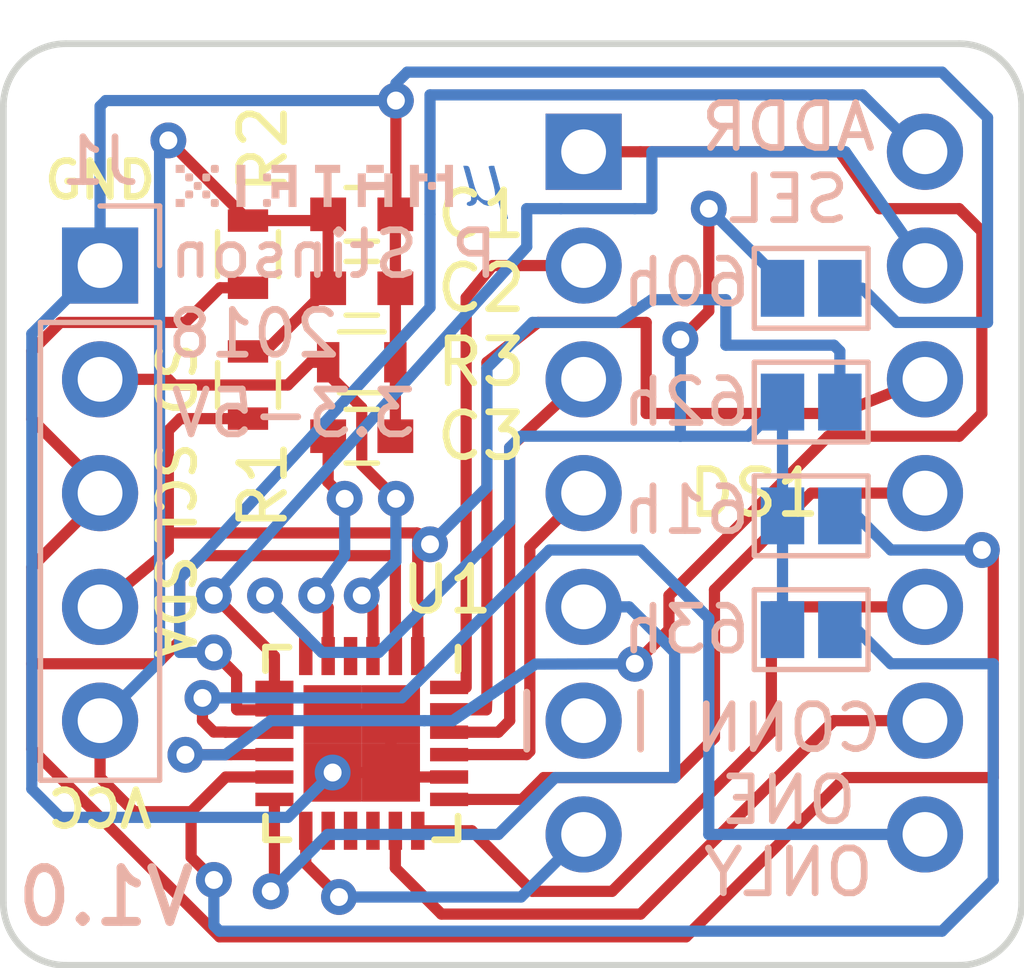
<source format=kicad_pcb>
(kicad_pcb (version 4) (host pcbnew 4.0.7)

  (general
    (links 42)
    (no_connects 0)
    (area 147.625999 96.571999 170.509001 117.296001)
    (thickness 1.6)
    (drawings 19)
    (tracks 267)
    (zones 0)
    (modules 16)
    (nets 25)
  )

  (page A4)
  (layers
    (0 F.Cu signal)
    (31 B.Cu signal)
    (32 B.Adhes user)
    (33 F.Adhes user)
    (34 B.Paste user)
    (35 F.Paste user)
    (36 B.SilkS user)
    (37 F.SilkS user)
    (38 B.Mask user)
    (39 F.Mask user)
    (40 Dwgs.User user)
    (41 Cmts.User user)
    (42 Eco1.User user)
    (43 Eco2.User user)
    (44 Edge.Cuts user)
    (45 Margin user)
    (46 B.CrtYd user)
    (47 F.CrtYd user)
    (48 B.Fab user)
    (49 F.Fab user)
  )

  (setup
    (last_trace_width 0.25)
    (trace_clearance 0.2)
    (zone_clearance 0.508)
    (zone_45_only no)
    (trace_min 0.2)
    (segment_width 0.2)
    (edge_width 0.15)
    (via_size 0.8)
    (via_drill 0.4)
    (via_min_size 0.4)
    (via_min_drill 0.3)
    (uvia_size 0.3)
    (uvia_drill 0.1)
    (uvias_allowed no)
    (uvia_min_size 0.2)
    (uvia_min_drill 0.1)
    (pcb_text_width 0.3)
    (pcb_text_size 1.5 1.5)
    (mod_edge_width 0.15)
    (mod_text_size 1 1)
    (mod_text_width 0.15)
    (pad_size 1.7 1.7)
    (pad_drill 1)
    (pad_to_mask_clearance 0.2)
    (aux_axis_origin 0 0)
    (visible_elements 7FFFFF7F)
    (pcbplotparams
      (layerselection 0x010f0_80000001)
      (usegerberextensions true)
      (excludeedgelayer true)
      (linewidth 0.100000)
      (plotframeref false)
      (viasonmask false)
      (mode 1)
      (useauxorigin false)
      (hpglpennumber 1)
      (hpglpenspeed 20)
      (hpglpendiameter 15)
      (hpglpenoverlay 2)
      (psnegative false)
      (psa4output false)
      (plotreference true)
      (plotvalue true)
      (plotinvisibletext false)
      (padsonsilk false)
      (subtractmaskfromsilk false)
      (outputformat 1)
      (mirror false)
      (drillshape 0)
      (scaleselection 1)
      (outputdirectory Gerbers/))
  )

  (net 0 "")
  (net 1 GND)
  (net 2 VCC)
  (net 3 "Net-(C3-Pad1)")
  (net 4 /C3)
  (net 5 /R7)
  (net 6 /R6)
  (net 7 /R5)
  (net 8 /R2)
  (net 9 /C5)
  (net 10 /C4)
  (net 11 /DP)
  (net 12 /C1)
  (net 13 /R4)
  (net 14 /R3)
  (net 15 /R1)
  (net 16 /C2)
  (net 17 "Net-(J1-Pad2)")
  (net 18 "Net-(U1-Pad4)")
  (net 19 "Net-(U1-Pad14)")
  (net 20 "Net-(U1-Pad15)")
  (net 21 "Net-(U1-Pad16)")
  (net 22 /SCL)
  (net 23 /SDA)
  (net 24 /AD)

  (net_class Default "This is the default net class."
    (clearance 0.2)
    (trace_width 0.25)
    (via_dia 0.8)
    (via_drill 0.4)
    (uvia_dia 0.3)
    (uvia_drill 0.1)
    (add_net /AD)
    (add_net /C1)
    (add_net /C2)
    (add_net /C3)
    (add_net /C4)
    (add_net /C5)
    (add_net /DP)
    (add_net /R1)
    (add_net /R2)
    (add_net /R3)
    (add_net /R4)
    (add_net /R5)
    (add_net /R6)
    (add_net /R7)
    (add_net /SCL)
    (add_net /SDA)
    (add_net GND)
    (add_net "Net-(C3-Pad1)")
    (add_net "Net-(J1-Pad2)")
    (add_net "Net-(U1-Pad14)")
    (add_net "Net-(U1-Pad15)")
    (add_net "Net-(U1-Pad16)")
    (add_net "Net-(U1-Pad4)")
    (add_net VCC)
  )

  (module Capacitors_SMD:C_0603 (layer F.Cu) (tedit 5B76E03A) (tstamp 5B76D5EA)
    (at 155.702 100.457)
    (descr "Capacitor SMD 0603, reflow soldering, AVX (see smccp.pdf)")
    (tags "capacitor 0603")
    (path /5B7448EF)
    (attr smd)
    (fp_text reference C1 (at 2.667 0) (layer F.SilkS)
      (effects (font (size 1 1) (thickness 0.15)))
    )
    (fp_text value 1uF (at 0 1.5) (layer F.Fab) hide
      (effects (font (size 1 1) (thickness 0.15)))
    )
    (fp_line (start 1.4 0.65) (end -1.4 0.65) (layer F.CrtYd) (width 0.05))
    (fp_line (start 1.4 0.65) (end 1.4 -0.65) (layer F.CrtYd) (width 0.05))
    (fp_line (start -1.4 -0.65) (end -1.4 0.65) (layer F.CrtYd) (width 0.05))
    (fp_line (start -1.4 -0.65) (end 1.4 -0.65) (layer F.CrtYd) (width 0.05))
    (fp_line (start 0.35 0.6) (end -0.35 0.6) (layer F.SilkS) (width 0.12))
    (fp_line (start -0.35 -0.6) (end 0.35 -0.6) (layer F.SilkS) (width 0.12))
    (fp_line (start -0.8 -0.4) (end 0.8 -0.4) (layer F.Fab) (width 0.1))
    (fp_line (start 0.8 -0.4) (end 0.8 0.4) (layer F.Fab) (width 0.1))
    (fp_line (start 0.8 0.4) (end -0.8 0.4) (layer F.Fab) (width 0.1))
    (fp_line (start -0.8 0.4) (end -0.8 -0.4) (layer F.Fab) (width 0.1))
    (fp_text user %R (at 0 0) (layer F.Fab)
      (effects (font (size 0.3 0.3) (thickness 0.075)))
    )
    (pad 2 smd rect (at 0.75 0) (size 0.8 0.75) (layers F.Cu F.Paste F.Mask)
      (net 1 GND))
    (pad 1 smd rect (at -0.75 0) (size 0.8 0.75) (layers F.Cu F.Paste F.Mask)
      (net 2 VCC))
    (model Capacitors_SMD.3dshapes/C_0603.wrl
      (at (xyz 0 0 0))
      (scale (xyz 1 1 1))
      (rotate (xyz 0 0 0))
    )
  )

  (module Capacitors_SMD:C_0603 (layer F.Cu) (tedit 5B76E040) (tstamp 5B76D5F0)
    (at 155.702 102.108)
    (descr "Capacitor SMD 0603, reflow soldering, AVX (see smccp.pdf)")
    (tags "capacitor 0603")
    (path /5B744876)
    (attr smd)
    (fp_text reference C2 (at 2.667 0) (layer F.SilkS)
      (effects (font (size 1 1) (thickness 0.15)))
    )
    (fp_text value 0.1uF (at 0 1.5) (layer F.Fab) hide
      (effects (font (size 1 1) (thickness 0.15)))
    )
    (fp_line (start 1.4 0.65) (end -1.4 0.65) (layer F.CrtYd) (width 0.05))
    (fp_line (start 1.4 0.65) (end 1.4 -0.65) (layer F.CrtYd) (width 0.05))
    (fp_line (start -1.4 -0.65) (end -1.4 0.65) (layer F.CrtYd) (width 0.05))
    (fp_line (start -1.4 -0.65) (end 1.4 -0.65) (layer F.CrtYd) (width 0.05))
    (fp_line (start 0.35 0.6) (end -0.35 0.6) (layer F.SilkS) (width 0.12))
    (fp_line (start -0.35 -0.6) (end 0.35 -0.6) (layer F.SilkS) (width 0.12))
    (fp_line (start -0.8 -0.4) (end 0.8 -0.4) (layer F.Fab) (width 0.1))
    (fp_line (start 0.8 -0.4) (end 0.8 0.4) (layer F.Fab) (width 0.1))
    (fp_line (start 0.8 0.4) (end -0.8 0.4) (layer F.Fab) (width 0.1))
    (fp_line (start -0.8 0.4) (end -0.8 -0.4) (layer F.Fab) (width 0.1))
    (fp_text user %R (at 0 0) (layer F.Fab)
      (effects (font (size 0.3 0.3) (thickness 0.075)))
    )
    (pad 2 smd rect (at 0.75 0) (size 0.8 0.75) (layers F.Cu F.Paste F.Mask)
      (net 1 GND))
    (pad 1 smd rect (at -0.75 0) (size 0.8 0.75) (layers F.Cu F.Paste F.Mask)
      (net 2 VCC))
    (model Capacitors_SMD.3dshapes/C_0603.wrl
      (at (xyz 0 0 0))
      (scale (xyz 1 1 1))
      (rotate (xyz 0 0 0))
    )
  )

  (module Capacitors_SMD:C_0603 (layer F.Cu) (tedit 5B76E043) (tstamp 5B76D5F6)
    (at 155.702 105.41)
    (descr "Capacitor SMD 0603, reflow soldering, AVX (see smccp.pdf)")
    (tags "capacitor 0603")
    (path /5B744942)
    (attr smd)
    (fp_text reference C3 (at 2.667 0) (layer F.SilkS)
      (effects (font (size 1 1) (thickness 0.15)))
    )
    (fp_text value 0.1uF (at 0 1.5) (layer F.Fab) hide
      (effects (font (size 1 1) (thickness 0.15)))
    )
    (fp_line (start 1.4 0.65) (end -1.4 0.65) (layer F.CrtYd) (width 0.05))
    (fp_line (start 1.4 0.65) (end 1.4 -0.65) (layer F.CrtYd) (width 0.05))
    (fp_line (start -1.4 -0.65) (end -1.4 0.65) (layer F.CrtYd) (width 0.05))
    (fp_line (start -1.4 -0.65) (end 1.4 -0.65) (layer F.CrtYd) (width 0.05))
    (fp_line (start 0.35 0.6) (end -0.35 0.6) (layer F.SilkS) (width 0.12))
    (fp_line (start -0.35 -0.6) (end 0.35 -0.6) (layer F.SilkS) (width 0.12))
    (fp_line (start -0.8 -0.4) (end 0.8 -0.4) (layer F.Fab) (width 0.1))
    (fp_line (start 0.8 -0.4) (end 0.8 0.4) (layer F.Fab) (width 0.1))
    (fp_line (start 0.8 0.4) (end -0.8 0.4) (layer F.Fab) (width 0.1))
    (fp_line (start -0.8 0.4) (end -0.8 -0.4) (layer F.Fab) (width 0.1))
    (fp_text user %R (at 0 0) (layer F.Fab)
      (effects (font (size 0.3 0.3) (thickness 0.075)))
    )
    (pad 2 smd rect (at 0.75 0) (size 0.8 0.75) (layers F.Cu F.Paste F.Mask)
      (net 1 GND))
    (pad 1 smd rect (at -0.75 0) (size 0.8 0.75) (layers F.Cu F.Paste F.Mask)
      (net 3 "Net-(C3-Pad1)"))
    (model Capacitors_SMD.3dshapes/C_0603.wrl
      (at (xyz 0 0 0))
      (scale (xyz 1 1 1))
      (rotate (xyz 0 0 0))
    )
  )

  (module Pin_Headers:Pin_Header_Straight_1x05_Pitch2.54mm (layer B.Cu) (tedit 5B797CA0) (tstamp 5B76D611)
    (at 149.86 101.6 180)
    (descr "Through hole straight pin header, 1x05, 2.54mm pitch, single row")
    (tags "Through hole pin header THT 1x05 2.54mm single row")
    (path /5B744C90)
    (fp_text reference J1 (at 0 2.33 180) (layer B.SilkS)
      (effects (font (size 1 1) (thickness 0.15)) (justify mirror))
    )
    (fp_text value Conn_01x05 (at 0 -12.49 180) (layer B.Fab) hide
      (effects (font (size 1 1) (thickness 0.15)) (justify mirror))
    )
    (fp_line (start -0.635 1.27) (end 1.27 1.27) (layer B.Fab) (width 0.1))
    (fp_line (start 1.27 1.27) (end 1.27 -11.43) (layer B.Fab) (width 0.1))
    (fp_line (start 1.27 -11.43) (end -1.27 -11.43) (layer B.Fab) (width 0.1))
    (fp_line (start -1.27 -11.43) (end -1.27 0.635) (layer B.Fab) (width 0.1))
    (fp_line (start -1.27 0.635) (end -0.635 1.27) (layer B.Fab) (width 0.1))
    (fp_line (start -1.33 -11.49) (end 1.33 -11.49) (layer B.SilkS) (width 0.12))
    (fp_line (start -1.33 -1.27) (end -1.33 -11.49) (layer B.SilkS) (width 0.12))
    (fp_line (start 1.33 -1.27) (end 1.33 -11.49) (layer B.SilkS) (width 0.12))
    (fp_line (start -1.33 -1.27) (end 1.33 -1.27) (layer B.SilkS) (width 0.12))
    (fp_line (start -1.33 0) (end -1.33 1.33) (layer B.SilkS) (width 0.12))
    (fp_line (start -1.33 1.33) (end 0 1.33) (layer B.SilkS) (width 0.12))
    (fp_line (start -1.8 1.8) (end -1.8 -11.95) (layer B.CrtYd) (width 0.05))
    (fp_line (start -1.8 -11.95) (end 1.8 -11.95) (layer B.CrtYd) (width 0.05))
    (fp_line (start 1.8 -11.95) (end 1.8 1.8) (layer B.CrtYd) (width 0.05))
    (fp_line (start 1.8 1.8) (end -1.8 1.8) (layer B.CrtYd) (width 0.05))
    (fp_text user %R (at 2.921 -5.207 270) (layer B.Fab) hide
      (effects (font (size 1 1) (thickness 0.15)) (justify mirror))
    )
    (pad 1 thru_hole rect (at 0 0 180) (size 1.7 1.7) (drill 1) (layers *.Cu *.Mask)
      (net 1 GND))
    (pad 2 thru_hole oval (at 0 -2.54 180) (size 1.7 1.7) (drill 1) (layers *.Cu *.Mask)
      (net 17 "Net-(J1-Pad2)"))
    (pad 3 thru_hole oval (at 0 -5.08 180) (size 1.7 1.7) (drill 1) (layers *.Cu *.Mask)
      (net 22 /SCL))
    (pad 4 thru_hole oval (at 0 -7.62 180) (size 1.7 1.7) (drill 1) (layers *.Cu *.Mask)
      (net 23 /SDA))
    (pad 5 thru_hole oval (at 0 -10.16 180) (size 1.7 1.7) (drill 1) (layers *.Cu *.Mask)
      (net 2 VCC))
    (model ${KISYS3DMOD}/Pin_Headers.3dshapes/Pin_Header_Straight_1x05_Pitch2.54mm.wrl
      (at (xyz 0 0 0))
      (scale (xyz 1 1 1))
      (rotate (xyz 0 0 0))
    )
  )

  (module Resistors_SMD:R_0603 (layer F.Cu) (tedit 5B775012) (tstamp 5B76D617)
    (at 153.162 104.267 270)
    (descr "Resistor SMD 0603, reflow soldering, Vishay (see dcrcw.pdf)")
    (tags "resistor 0603")
    (path /5B744B57)
    (attr smd)
    (fp_text reference R1 (at 2.233 -0.338 270) (layer F.SilkS)
      (effects (font (size 1 1) (thickness 0.15)))
    )
    (fp_text value 10K (at 0 1.5 270) (layer F.Fab) hide
      (effects (font (size 1 1) (thickness 0.15)))
    )
    (fp_text user %R (at 0 0 270) (layer F.Fab)
      (effects (font (size 0.4 0.4) (thickness 0.075)))
    )
    (fp_line (start -0.8 0.4) (end -0.8 -0.4) (layer F.Fab) (width 0.1))
    (fp_line (start 0.8 0.4) (end -0.8 0.4) (layer F.Fab) (width 0.1))
    (fp_line (start 0.8 -0.4) (end 0.8 0.4) (layer F.Fab) (width 0.1))
    (fp_line (start -0.8 -0.4) (end 0.8 -0.4) (layer F.Fab) (width 0.1))
    (fp_line (start 0.5 0.68) (end -0.5 0.68) (layer F.SilkS) (width 0.12))
    (fp_line (start -0.5 -0.68) (end 0.5 -0.68) (layer F.SilkS) (width 0.12))
    (fp_line (start -1.25 -0.7) (end 1.25 -0.7) (layer F.CrtYd) (width 0.05))
    (fp_line (start -1.25 -0.7) (end -1.25 0.7) (layer F.CrtYd) (width 0.05))
    (fp_line (start 1.25 0.7) (end 1.25 -0.7) (layer F.CrtYd) (width 0.05))
    (fp_line (start 1.25 0.7) (end -1.25 0.7) (layer F.CrtYd) (width 0.05))
    (pad 1 smd rect (at -0.75 0 270) (size 0.5 0.9) (layers F.Cu F.Paste F.Mask)
      (net 2 VCC))
    (pad 2 smd rect (at 0.75 0 270) (size 0.5 0.9) (layers F.Cu F.Paste F.Mask)
      (net 23 /SDA))
    (model ${KISYS3DMOD}/Resistors_SMD.3dshapes/R_0603.wrl
      (at (xyz 0 0 0))
      (scale (xyz 1 1 1))
      (rotate (xyz 0 0 0))
    )
  )

  (module Resistors_SMD:R_0603 (layer F.Cu) (tedit 5B775151) (tstamp 5B76D61D)
    (at 153.162 101.346 270)
    (descr "Resistor SMD 0603, reflow soldering, Vishay (see dcrcw.pdf)")
    (tags "resistor 0603")
    (path /5B744B9C)
    (attr smd)
    (fp_text reference R2 (at -2.346 -0.338 270) (layer F.SilkS)
      (effects (font (size 1 1) (thickness 0.15)))
    )
    (fp_text value 10K (at 0 1.5 270) (layer F.Fab) hide
      (effects (font (size 1 1) (thickness 0.15)))
    )
    (fp_text user %R (at 0 0 270) (layer F.Fab)
      (effects (font (size 0.4 0.4) (thickness 0.075)))
    )
    (fp_line (start -0.8 0.4) (end -0.8 -0.4) (layer F.Fab) (width 0.1))
    (fp_line (start 0.8 0.4) (end -0.8 0.4) (layer F.Fab) (width 0.1))
    (fp_line (start 0.8 -0.4) (end 0.8 0.4) (layer F.Fab) (width 0.1))
    (fp_line (start -0.8 -0.4) (end 0.8 -0.4) (layer F.Fab) (width 0.1))
    (fp_line (start 0.5 0.68) (end -0.5 0.68) (layer F.SilkS) (width 0.12))
    (fp_line (start -0.5 -0.68) (end 0.5 -0.68) (layer F.SilkS) (width 0.12))
    (fp_line (start -1.25 -0.7) (end 1.25 -0.7) (layer F.CrtYd) (width 0.05))
    (fp_line (start -1.25 -0.7) (end -1.25 0.7) (layer F.CrtYd) (width 0.05))
    (fp_line (start 1.25 0.7) (end 1.25 -0.7) (layer F.CrtYd) (width 0.05))
    (fp_line (start 1.25 0.7) (end -1.25 0.7) (layer F.CrtYd) (width 0.05))
    (pad 1 smd rect (at -0.75 0 270) (size 0.5 0.9) (layers F.Cu F.Paste F.Mask)
      (net 2 VCC))
    (pad 2 smd rect (at 0.75 0 270) (size 0.5 0.9) (layers F.Cu F.Paste F.Mask)
      (net 22 /SCL))
    (model ${KISYS3DMOD}/Resistors_SMD.3dshapes/R_0603.wrl
      (at (xyz 0 0 0))
      (scale (xyz 1 1 1))
      (rotate (xyz 0 0 0))
    )
  )

  (module Resistors_SMD:R_0603 (layer F.Cu) (tedit 5B76E77E) (tstamp 5B76D623)
    (at 155.702 103.759)
    (descr "Resistor SMD 0603, reflow soldering, Vishay (see dcrcw.pdf)")
    (tags "resistor 0603")
    (path /5B74FF49)
    (attr smd)
    (fp_text reference R3 (at 2.667 0) (layer F.SilkS)
      (effects (font (size 1 1) (thickness 0.15)))
    )
    (fp_text value 100K (at 0 1.5) (layer F.Fab) hide
      (effects (font (size 1 1) (thickness 0.15)))
    )
    (fp_text user %R (at 0 0) (layer F.Fab)
      (effects (font (size 0.4 0.4) (thickness 0.075)))
    )
    (fp_line (start -0.8 0.4) (end -0.8 -0.4) (layer F.Fab) (width 0.1))
    (fp_line (start 0.8 0.4) (end -0.8 0.4) (layer F.Fab) (width 0.1))
    (fp_line (start 0.8 -0.4) (end 0.8 0.4) (layer F.Fab) (width 0.1))
    (fp_line (start -0.8 -0.4) (end 0.8 -0.4) (layer F.Fab) (width 0.1))
    (fp_line (start 0.5 0.68) (end -0.5 0.68) (layer F.SilkS) (width 0.12))
    (fp_line (start -0.5 -0.68) (end 0.5 -0.68) (layer F.SilkS) (width 0.12))
    (fp_line (start -1.25 -0.7) (end 1.25 -0.7) (layer F.CrtYd) (width 0.05))
    (fp_line (start -1.25 -0.7) (end -1.25 0.7) (layer F.CrtYd) (width 0.05))
    (fp_line (start 1.25 0.7) (end 1.25 -0.7) (layer F.CrtYd) (width 0.05))
    (fp_line (start 1.25 0.7) (end -1.25 0.7) (layer F.CrtYd) (width 0.05))
    (pad 1 smd rect (at -0.75 0) (size 0.5 0.9) (layers F.Cu F.Paste F.Mask)
      (net 17 "Net-(J1-Pad2)"))
    (pad 2 smd rect (at 0.75 0) (size 0.5 0.9) (layers F.Cu F.Paste F.Mask)
      (net 1 GND))
    (model ${KISYS3DMOD}/Resistors_SMD.3dshapes/R_0603.wrl
      (at (xyz 0 0 0))
      (scale (xyz 1 1 1))
      (rotate (xyz 0 0 0))
    )
  )

  (module Housings_DFN_QFN:QFN-24-1EP_4x4mm_Pitch0.5mm (layer F.Cu) (tedit 5B76E0AC) (tstamp 5B76D643)
    (at 155.702 112.268 270)
    (descr "24-Lead Plastic Quad Flat, No Lead Package (MJ) - 4x4x0.9 mm Body [QFN]; (see Microchip Packaging Specification 00000049BS.pdf)")
    (tags "QFN 0.5")
    (path /5B74F8B6)
    (attr smd)
    (fp_text reference U1 (at -3.429 -1.905 360) (layer F.SilkS)
      (effects (font (size 1 1) (thickness 0.15)))
    )
    (fp_text value IS31FL3730 (at 0 3.375 270) (layer F.Fab) hide
      (effects (font (size 1 1) (thickness 0.15)))
    )
    (fp_line (start -1 -2) (end 2 -2) (layer F.Fab) (width 0.15))
    (fp_line (start 2 -2) (end 2 2) (layer F.Fab) (width 0.15))
    (fp_line (start 2 2) (end -2 2) (layer F.Fab) (width 0.15))
    (fp_line (start -2 2) (end -2 -1) (layer F.Fab) (width 0.15))
    (fp_line (start -2 -1) (end -1 -2) (layer F.Fab) (width 0.15))
    (fp_line (start -2.65 -2.65) (end -2.65 2.65) (layer F.CrtYd) (width 0.05))
    (fp_line (start 2.65 -2.65) (end 2.65 2.65) (layer F.CrtYd) (width 0.05))
    (fp_line (start -2.65 -2.65) (end 2.65 -2.65) (layer F.CrtYd) (width 0.05))
    (fp_line (start -2.65 2.65) (end 2.65 2.65) (layer F.CrtYd) (width 0.05))
    (fp_line (start 2.15 -2.15) (end 2.15 -1.625) (layer F.SilkS) (width 0.15))
    (fp_line (start -2.15 2.15) (end -2.15 1.625) (layer F.SilkS) (width 0.15))
    (fp_line (start 2.15 2.15) (end 2.15 1.625) (layer F.SilkS) (width 0.15))
    (fp_line (start -2.15 -2.15) (end -1.625 -2.15) (layer F.SilkS) (width 0.15))
    (fp_line (start -2.15 2.15) (end -1.625 2.15) (layer F.SilkS) (width 0.15))
    (fp_line (start 2.15 2.15) (end 1.625 2.15) (layer F.SilkS) (width 0.15))
    (fp_line (start 2.15 -2.15) (end 1.625 -2.15) (layer F.SilkS) (width 0.15))
    (pad 1 smd rect (at -1.95 -1.25 270) (size 0.85 0.3) (layers F.Cu F.Paste F.Mask)
      (net 23 /SDA))
    (pad 2 smd rect (at -1.95 -0.75 270) (size 0.85 0.3) (layers F.Cu F.Paste F.Mask)
      (net 22 /SCL))
    (pad 3 smd rect (at -1.95 -0.25 270) (size 0.85 0.3) (layers F.Cu F.Paste F.Mask)
      (net 17 "Net-(J1-Pad2)"))
    (pad 4 smd rect (at -1.95 0.25 270) (size 0.85 0.3) (layers F.Cu F.Paste F.Mask)
      (net 18 "Net-(U1-Pad4)"))
    (pad 5 smd rect (at -1.95 0.75 270) (size 0.85 0.3) (layers F.Cu F.Paste F.Mask)
      (net 3 "Net-(C3-Pad1)"))
    (pad 6 smd rect (at -1.95 1.25 270) (size 0.85 0.3) (layers F.Cu F.Paste F.Mask)
      (net 24 /AD))
    (pad 7 smd rect (at -1.25 1.95) (size 0.85 0.3) (layers F.Cu F.Paste F.Mask)
      (net 9 /C5))
    (pad 8 smd rect (at -0.75 1.95) (size 0.85 0.3) (layers F.Cu F.Paste F.Mask)
      (net 10 /C4))
    (pad 9 smd rect (at -0.25 1.95) (size 0.85 0.3) (layers F.Cu F.Paste F.Mask)
      (net 4 /C3))
    (pad 10 smd rect (at 0.25 1.95) (size 0.85 0.3) (layers F.Cu F.Paste F.Mask)
      (net 16 /C2))
    (pad 11 smd rect (at 0.75 1.95) (size 0.85 0.3) (layers F.Cu F.Paste F.Mask)
      (net 2 VCC))
    (pad 12 smd rect (at 1.25 1.95) (size 0.85 0.3) (layers F.Cu F.Paste F.Mask)
      (net 12 /C1))
    (pad 13 smd rect (at 1.95 1.25 270) (size 0.85 0.3) (layers F.Cu F.Paste F.Mask)
      (net 11 /DP))
    (pad 14 smd rect (at 1.95 0.75 270) (size 0.85 0.3) (layers F.Cu F.Paste F.Mask)
      (net 19 "Net-(U1-Pad14)"))
    (pad 15 smd rect (at 1.95 0.25 270) (size 0.85 0.3) (layers F.Cu F.Paste F.Mask)
      (net 20 "Net-(U1-Pad15)"))
    (pad 16 smd rect (at 1.95 -0.25 270) (size 0.85 0.3) (layers F.Cu F.Paste F.Mask)
      (net 21 "Net-(U1-Pad16)"))
    (pad 17 smd rect (at 1.95 -0.75 270) (size 0.85 0.3) (layers F.Cu F.Paste F.Mask)
      (net 5 /R7))
    (pad 18 smd rect (at 1.95 -1.25 270) (size 0.85 0.3) (layers F.Cu F.Paste F.Mask)
      (net 6 /R6))
    (pad 19 smd rect (at 1.25 -1.95) (size 0.85 0.3) (layers F.Cu F.Paste F.Mask)
      (net 7 /R5))
    (pad 20 smd rect (at 0.75 -1.95) (size 0.85 0.3) (layers F.Cu F.Paste F.Mask)
      (net 1 GND))
    (pad 21 smd rect (at 0.25 -1.95) (size 0.85 0.3) (layers F.Cu F.Paste F.Mask)
      (net 13 /R4))
    (pad 22 smd rect (at -0.25 -1.95) (size 0.85 0.3) (layers F.Cu F.Paste F.Mask)
      (net 14 /R3))
    (pad 23 smd rect (at -0.75 -1.95) (size 0.85 0.3) (layers F.Cu F.Paste F.Mask)
      (net 8 /R2))
    (pad 24 smd rect (at -1.25 -1.95) (size 0.85 0.3) (layers F.Cu F.Paste F.Mask)
      (net 15 /R1))
    (pad 25 smd rect (at 0.65 0.65 270) (size 1.3 1.3) (layers F.Cu F.Paste F.Mask)
      (net 1 GND) (solder_paste_margin_ratio -0.2))
    (pad 25 smd rect (at 0.65 -0.65 270) (size 1.3 1.3) (layers F.Cu F.Paste F.Mask)
      (net 1 GND) (solder_paste_margin_ratio -0.2))
    (pad 25 smd rect (at -0.65 0.65 270) (size 1.3 1.3) (layers F.Cu F.Paste F.Mask)
      (net 1 GND) (solder_paste_margin_ratio -0.2))
    (pad 25 smd rect (at -0.65 -0.65 270) (size 1.3 1.3) (layers F.Cu F.Paste F.Mask)
      (net 1 GND) (solder_paste_margin_ratio -0.2))
    (model ${KISYS3DMOD}/Housings_DFN_QFN.3dshapes/QFN-24-1EP_4x4mm_Pitch0.5mm.wrl
      (at (xyz 0 0 0))
      (scale (xyz 1 1 1))
      (rotate (xyz 0 0 0))
    )
  )

  (module Connectors:GS2 (layer B.Cu) (tedit 5B76FBFA) (tstamp 5B76F105)
    (at 165.735 109.728 270)
    (descr "2-pin solder bridge")
    (tags "solder bridge")
    (path /5B76EEDA)
    (attr smd)
    (fp_text reference 63h (at 0 2.794 360) (layer B.SilkS)
      (effects (font (size 1 1) (thickness 0.15)) (justify mirror))
    )
    (fp_text value Jumper_NO_Small (at -1.8 0 540) (layer B.Fab) hide
      (effects (font (size 1 1) (thickness 0.15)) (justify mirror))
    )
    (fp_line (start 1.1 1.45) (end 1.1 -1.5) (layer B.CrtYd) (width 0.05))
    (fp_line (start 1.1 -1.5) (end -1.1 -1.5) (layer B.CrtYd) (width 0.05))
    (fp_line (start -1.1 -1.5) (end -1.1 1.45) (layer B.CrtYd) (width 0.05))
    (fp_line (start -1.1 1.45) (end 1.1 1.45) (layer B.CrtYd) (width 0.05))
    (fp_line (start -0.89 1.27) (end -0.89 -1.27) (layer B.SilkS) (width 0.12))
    (fp_line (start 0.89 -1.27) (end 0.89 1.27) (layer B.SilkS) (width 0.12))
    (fp_line (start 0.89 -1.27) (end -0.89 -1.27) (layer B.SilkS) (width 0.12))
    (fp_line (start -0.89 1.27) (end 0.89 1.27) (layer B.SilkS) (width 0.12))
    (pad 1 smd rect (at 0 0.64 270) (size 1.27 0.97) (layers B.Cu B.Paste B.Mask)
      (net 24 /AD))
    (pad 2 smd rect (at 0 -0.64 270) (size 1.27 0.97) (layers B.Cu B.Paste B.Mask)
      (net 2 VCC))
  )

  (module Connectors:GS2 (layer B.Cu) (tedit 5B76FC28) (tstamp 5B76F10B)
    (at 165.735 104.648 270)
    (descr "2-pin solder bridge")
    (tags "solder bridge")
    (path /5B76F013)
    (attr smd)
    (fp_text reference 62h (at 0 2.794 360) (layer B.SilkS)
      (effects (font (size 1 1) (thickness 0.15)) (justify mirror))
    )
    (fp_text value Jumper_NO_Small (at -1.8 0 540) (layer B.Fab) hide
      (effects (font (size 1 1) (thickness 0.15)) (justify mirror))
    )
    (fp_line (start 1.1 1.45) (end 1.1 -1.5) (layer B.CrtYd) (width 0.05))
    (fp_line (start 1.1 -1.5) (end -1.1 -1.5) (layer B.CrtYd) (width 0.05))
    (fp_line (start -1.1 -1.5) (end -1.1 1.45) (layer B.CrtYd) (width 0.05))
    (fp_line (start -1.1 1.45) (end 1.1 1.45) (layer B.CrtYd) (width 0.05))
    (fp_line (start -0.89 1.27) (end -0.89 -1.27) (layer B.SilkS) (width 0.12))
    (fp_line (start 0.89 -1.27) (end 0.89 1.27) (layer B.SilkS) (width 0.12))
    (fp_line (start 0.89 -1.27) (end -0.89 -1.27) (layer B.SilkS) (width 0.12))
    (fp_line (start -0.89 1.27) (end 0.89 1.27) (layer B.SilkS) (width 0.12))
    (pad 1 smd rect (at 0 0.64 270) (size 1.27 0.97) (layers B.Cu B.Paste B.Mask)
      (net 24 /AD))
    (pad 2 smd rect (at 0 -0.64 270) (size 1.27 0.97) (layers B.Cu B.Paste B.Mask)
      (net 23 /SDA))
  )

  (module Connectors:GS2 (layer B.Cu) (tedit 5B76FC20) (tstamp 5B76F111)
    (at 165.735 107.188 270)
    (descr "2-pin solder bridge")
    (tags "solder bridge")
    (path /5B76F1CF)
    (attr smd)
    (fp_text reference 61h (at -0.127 2.794 360) (layer B.SilkS)
      (effects (font (size 1 1) (thickness 0.15)) (justify mirror))
    )
    (fp_text value Jumper_NO_Small (at -1.8 0 540) (layer B.Fab) hide
      (effects (font (size 1 1) (thickness 0.15)) (justify mirror))
    )
    (fp_line (start 1.1 1.45) (end 1.1 -1.5) (layer B.CrtYd) (width 0.05))
    (fp_line (start 1.1 -1.5) (end -1.1 -1.5) (layer B.CrtYd) (width 0.05))
    (fp_line (start -1.1 -1.5) (end -1.1 1.45) (layer B.CrtYd) (width 0.05))
    (fp_line (start -1.1 1.45) (end 1.1 1.45) (layer B.CrtYd) (width 0.05))
    (fp_line (start -0.89 1.27) (end -0.89 -1.27) (layer B.SilkS) (width 0.12))
    (fp_line (start 0.89 -1.27) (end 0.89 1.27) (layer B.SilkS) (width 0.12))
    (fp_line (start 0.89 -1.27) (end -0.89 -1.27) (layer B.SilkS) (width 0.12))
    (fp_line (start -0.89 1.27) (end 0.89 1.27) (layer B.SilkS) (width 0.12))
    (pad 1 smd rect (at 0 0.64 270) (size 1.27 0.97) (layers B.Cu B.Paste B.Mask)
      (net 24 /AD))
    (pad 2 smd rect (at 0 -0.64 270) (size 1.27 0.97) (layers B.Cu B.Paste B.Mask)
      (net 22 /SCL))
  )

  (module Connectors:GS2 (layer B.Cu) (tedit 5B797F69) (tstamp 5B76F117)
    (at 165.735 102.108 270)
    (descr "2-pin solder bridge")
    (tags "solder bridge")
    (path /5B76F205)
    (attr smd)
    (fp_text reference 60h (at -0.127 2.794 360) (layer B.SilkS)
      (effects (font (size 1 1) (thickness 0.15)) (justify mirror))
    )
    (fp_text value Jumper_NO_Small (at -1.8 0 540) (layer B.Fab) hide
      (effects (font (size 1 1) (thickness 0.15)) (justify mirror))
    )
    (fp_line (start 1.1 1.45) (end 1.1 -1.5) (layer B.CrtYd) (width 0.05))
    (fp_line (start 1.1 -1.5) (end -1.1 -1.5) (layer B.CrtYd) (width 0.05))
    (fp_line (start -1.1 -1.5) (end -1.1 1.45) (layer B.CrtYd) (width 0.05))
    (fp_line (start -1.1 1.45) (end 1.1 1.45) (layer B.CrtYd) (width 0.05))
    (fp_line (start -0.89 1.27) (end -0.89 -1.27) (layer B.SilkS) (width 0.12))
    (fp_line (start 0.89 -1.27) (end 0.89 1.27) (layer B.SilkS) (width 0.12))
    (fp_line (start 0.89 -1.27) (end -0.89 -1.27) (layer B.SilkS) (width 0.12))
    (fp_line (start -0.89 1.27) (end 0.89 1.27) (layer B.SilkS) (width 0.12))
    (pad 1 smd rect (at 0 0.64 270) (size 1.27 0.97) (layers B.Cu B.Paste B.Mask)
      (net 24 /AD))
    (pad 2 smd rect (at 0 -0.64 270) (size 1.27 0.97) (layers B.Cu B.Paste B.Mask)
      (net 1 GND))
  )

  (module Graphic:mat (layer B.Cu) (tedit 0) (tstamp 5B795FFA)
    (at 154.559 99.822 180)
    (fp_text reference G*** (at 0 0 180) (layer B.SilkS) hide
      (effects (font (thickness 0.3)) (justify mirror))
    )
    (fp_text value LOGO (at 0.75 0 180) (layer B.SilkS) hide
      (effects (font (thickness 0.3)) (justify mirror))
    )
    (fp_poly (pts (xy -3.005666 0.275167) (xy -2.815166 0.275167) (xy -2.815166 0.105833) (xy -3.005666 0.105833)
      (xy -3.005666 -0.465667) (xy -3.175 -0.465667) (xy -3.175 0.465667) (xy -3.005666 0.465667)
      (xy -3.005666 0.275167)) (layer B.SilkS) (width 0.01))
    (fp_poly (pts (xy -2.2225 -0.465667) (xy -2.413 -0.465667) (xy -2.413 0.105833) (xy -2.6035 0.105833)
      (xy -2.6035 0.275167) (xy -2.413 0.275167) (xy -2.413 0.465667) (xy -2.2225 0.465667)
      (xy -2.2225 -0.465667)) (layer B.SilkS) (width 0.01))
    (fp_poly (pts (xy -1.651 0.084667) (xy -1.227666 0.084667) (xy -1.227666 0.275167) (xy -1.058333 0.275167)
      (xy -1.058333 -0.465667) (xy -1.227666 -0.465667) (xy -1.227666 -0.084667) (xy -1.651 -0.084667)
      (xy -1.651 -0.465667) (xy -1.820333 -0.465667) (xy -1.820333 0.275167) (xy -1.651 0.275167)
      (xy -1.651 0.084667)) (layer B.SilkS) (width 0.01))
    (fp_poly (pts (xy -0.105833 0.296333) (xy -0.296333 0.296333) (xy -0.296333 -0.465667) (xy -0.465666 -0.465667)
      (xy -0.465666 0.296333) (xy -0.656166 0.296333) (xy -0.656166 0.465667) (xy -0.105833 0.465667)
      (xy -0.105833 0.296333)) (layer B.SilkS) (width 0.01))
    (fp_poly (pts (xy 0.867834 0.296333) (xy 0.486834 0.296333) (xy 0.486834 0.084667) (xy 0.867834 0.084667)
      (xy 0.867834 -0.275167) (xy 0.6985 -0.275167) (xy 0.6985 -0.084667) (xy 0.486834 -0.084667)
      (xy 0.486834 -0.465667) (xy 0.3175 -0.465667) (xy 0.3175 0.465667) (xy 0.867834 0.465667)
      (xy 0.867834 0.296333)) (layer B.SilkS) (width 0.01))
    (fp_poly (pts (xy 1.02786 -0.29837) (xy 1.051941 -0.312627) (xy 1.05813 -0.351326) (xy 1.058334 -0.381)
      (xy 1.056297 -0.435193) (xy 1.042039 -0.459274) (xy 1.003341 -0.465463) (xy 0.973667 -0.465667)
      (xy 0.919473 -0.46363) (xy 0.895392 -0.449372) (xy 0.889204 -0.410674) (xy 0.889 -0.381)
      (xy 0.891037 -0.326806) (xy 0.905294 -0.302725) (xy 0.943993 -0.296537) (xy 0.973667 -0.296333)
      (xy 1.02786 -0.29837)) (layer B.SilkS) (width 0.01))
    (fp_poly (pts (xy 1.651 -0.465667) (xy 1.4605 -0.465667) (xy 1.4605 0.465667) (xy 1.651 0.465667)
      (xy 1.651 -0.465667)) (layer B.SilkS) (width 0.01))
    (fp_poly (pts (xy 2.192027 -0.29837) (xy 2.216108 -0.312627) (xy 2.222297 -0.351326) (xy 2.2225 -0.381)
      (xy 2.220463 -0.435193) (xy 2.206206 -0.459274) (xy 2.167508 -0.465463) (xy 2.137834 -0.465667)
      (xy 2.08364 -0.46363) (xy 2.059559 -0.449372) (xy 2.05337 -0.410674) (xy 2.053167 -0.381)
      (xy 2.055204 -0.326806) (xy 2.069461 -0.302725) (xy 2.108159 -0.296537) (xy 2.137834 -0.296333)
      (xy 2.192027 -0.29837)) (layer B.SilkS) (width 0.01))
    (fp_poly (pts (xy 3.005667 -0.465667) (xy 2.815167 -0.465667) (xy 2.815167 -0.296333) (xy 3.005667 -0.296333)
      (xy 3.005667 -0.465667)) (layer B.SilkS) (width 0.01))
    (fp_poly (pts (xy 2.382527 -0.10787) (xy 2.406608 -0.122127) (xy 2.412797 -0.160826) (xy 2.413 -0.1905)
      (xy 2.410963 -0.244693) (xy 2.396706 -0.268774) (xy 2.358008 -0.274963) (xy 2.328334 -0.275167)
      (xy 2.27414 -0.27313) (xy 2.250059 -0.258872) (xy 2.24387 -0.220174) (xy 2.243667 -0.1905)
      (xy 2.245704 -0.136306) (xy 2.259961 -0.112225) (xy 2.298659 -0.106037) (xy 2.328334 -0.105833)
      (xy 2.382527 -0.10787)) (layer B.SilkS) (width 0.01))
    (fp_poly (pts (xy 2.763527 -0.10787) (xy 2.787608 -0.122127) (xy 2.793797 -0.160826) (xy 2.794 -0.1905)
      (xy 2.791963 -0.244693) (xy 2.777706 -0.268774) (xy 2.739008 -0.274963) (xy 2.709334 -0.275167)
      (xy 2.65514 -0.27313) (xy 2.631059 -0.258872) (xy 2.62487 -0.220174) (xy 2.624667 -0.1905)
      (xy 2.626704 -0.136306) (xy 2.640961 -0.112225) (xy 2.679659 -0.106037) (xy 2.709334 -0.105833)
      (xy 2.763527 -0.10787)) (layer B.SilkS) (width 0.01))
    (fp_poly (pts (xy -2.65514 0.08263) (xy -2.631059 0.068373) (xy -2.62487 0.029674) (xy -2.624666 0)
      (xy -2.626703 -0.054193) (xy -2.640961 -0.078274) (xy -2.679659 -0.084463) (xy -2.709333 -0.084667)
      (xy -2.763527 -0.08263) (xy -2.787608 -0.068372) (xy -2.793796 -0.029674) (xy -2.794 0)
      (xy -2.791963 0.054194) (xy -2.777706 0.078275) (xy -2.739007 0.084463) (xy -2.709333 0.084667)
      (xy -2.65514 0.08263)) (layer B.SilkS) (width 0.01))
    (fp_poly (pts (xy 2.573027 0.08263) (xy 2.597108 0.068373) (xy 2.603297 0.029674) (xy 2.6035 0)
      (xy 2.601463 -0.054193) (xy 2.587206 -0.078274) (xy 2.548508 -0.084463) (xy 2.518834 -0.084667)
      (xy 2.46464 -0.08263) (xy 2.440559 -0.068372) (xy 2.43437 -0.029674) (xy 2.434167 0)
      (xy 2.436204 0.054194) (xy 2.450461 0.078275) (xy 2.489159 0.084463) (xy 2.518834 0.084667)
      (xy 2.573027 0.08263)) (layer B.SilkS) (width 0.01))
    (fp_poly (pts (xy 1.02786 0.27313) (xy 1.051941 0.258873) (xy 1.05813 0.220174) (xy 1.058334 0.1905)
      (xy 1.056297 0.136307) (xy 1.042039 0.112226) (xy 1.003341 0.106037) (xy 0.973667 0.105833)
      (xy 0.919473 0.10787) (xy 0.895392 0.122128) (xy 0.889204 0.160826) (xy 0.889 0.1905)
      (xy 0.891037 0.244694) (xy 0.905294 0.268775) (xy 0.943993 0.274963) (xy 0.973667 0.275167)
      (xy 1.02786 0.27313)) (layer B.SilkS) (width 0.01))
    (fp_poly (pts (xy 2.382527 0.27313) (xy 2.406608 0.258873) (xy 2.412797 0.220174) (xy 2.413 0.1905)
      (xy 2.410963 0.136307) (xy 2.396706 0.112226) (xy 2.358008 0.106037) (xy 2.328334 0.105833)
      (xy 2.27414 0.10787) (xy 2.250059 0.122128) (xy 2.24387 0.160826) (xy 2.243667 0.1905)
      (xy 2.245704 0.244694) (xy 2.259961 0.268775) (xy 2.298659 0.274963) (xy 2.328334 0.275167)
      (xy 2.382527 0.27313)) (layer B.SilkS) (width 0.01))
    (fp_poly (pts (xy 2.763527 0.27313) (xy 2.787608 0.258873) (xy 2.793797 0.220174) (xy 2.794 0.1905)
      (xy 2.791963 0.136307) (xy 2.777706 0.112226) (xy 2.739008 0.106037) (xy 2.709334 0.105833)
      (xy 2.65514 0.10787) (xy 2.631059 0.122128) (xy 2.62487 0.160826) (xy 2.624667 0.1905)
      (xy 2.626704 0.244694) (xy 2.640961 0.268775) (xy 2.679659 0.274963) (xy 2.709334 0.275167)
      (xy 2.763527 0.27313)) (layer B.SilkS) (width 0.01))
    (fp_poly (pts (xy -1.248833 0.296333) (xy -1.629833 0.296333) (xy -1.629833 0.465667) (xy -1.248833 0.465667)
      (xy -1.248833 0.296333)) (layer B.SilkS) (width 0.01))
    (fp_poly (pts (xy 2.192027 0.46363) (xy 2.216108 0.449373) (xy 2.222297 0.410674) (xy 2.2225 0.381)
      (xy 2.220463 0.326807) (xy 2.206206 0.302726) (xy 2.167508 0.296537) (xy 2.137834 0.296333)
      (xy 2.08364 0.29837) (xy 2.059559 0.312628) (xy 2.05337 0.351326) (xy 2.053167 0.381)
      (xy 2.055204 0.435194) (xy 2.069461 0.459275) (xy 2.108159 0.465463) (xy 2.137834 0.465667)
      (xy 2.192027 0.46363)) (layer B.SilkS) (width 0.01))
    (fp_poly (pts (xy 3.005667 0.296333) (xy 2.815167 0.296333) (xy 2.815167 0.465667) (xy 3.005667 0.465667)
      (xy 3.005667 0.296333)) (layer B.SilkS) (width 0.01))
  )

  (module Graphic:mu (layer B.Cu) (tedit 0) (tstamp 5B7962CA)
    (at 158.4325 99.8855 180)
    (fp_text reference G*** (at 0 0 180) (layer B.Cu) hide
      (effects (font (thickness 0.3)) (justify mirror))
    )
    (fp_text value LOGO (at 0.75 0 180) (layer B.Cu) hide
      (effects (font (thickness 0.3)) (justify mirror))
    )
    (fp_poly (pts (xy 0.36633 0.174625) (xy 0.325823 0.023265) (xy 0.298749 -0.092513) (xy 0.284792 -0.177166)
      (xy 0.283639 -0.235151) (xy 0.294975 -0.270926) (xy 0.318485 -0.288948) (xy 0.333375 -0.292514)
      (xy 0.374024 -0.311416) (xy 0.383547 -0.34221) (xy 0.363792 -0.370243) (xy 0.322209 -0.381)
      (xy 0.255534 -0.367712) (xy 0.200876 -0.333964) (xy 0.17134 -0.28893) (xy 0.169333 -0.273966)
      (xy 0.163384 -0.240902) (xy 0.142688 -0.239318) (xy 0.102971 -0.270223) (xy 0.077009 -0.295759)
      (xy 0.00189 -0.349825) (xy -0.08241 -0.375443) (xy -0.16501 -0.372339) (xy -0.235027 -0.34024)
      (xy -0.268168 -0.304417) (xy -0.294848 -0.270537) (xy -0.311257 -0.261868) (xy -0.320984 -0.28574)
      (xy -0.336909 -0.338385) (xy -0.35205 -0.39482) (xy -0.380788 -0.507262) (xy -0.401535 -0.585112)
      (xy -0.417095 -0.634711) (xy -0.430274 -0.662399) (xy -0.44388 -0.674518) (xy -0.460716 -0.677408)
      (xy -0.477066 -0.677333) (xy -0.516775 -0.671797) (xy -0.529891 -0.661458) (xy -0.524811 -0.637653)
      (xy -0.510104 -0.578314) (xy -0.487155 -0.488784) (xy -0.457347 -0.374406) (xy -0.422065 -0.240522)
      (xy -0.382693 -0.092476) (xy -0.376433 -0.069051) (xy -0.22225 0.507482) (xy -0.164042 0.507741)
      (xy -0.121865 0.502947) (xy -0.106058 0.492125) (xy -0.111571 0.46682) (xy -0.12648 0.408996)
      (xy -0.148608 0.326858) (xy -0.175778 0.228607) (xy -0.180141 0.21303) (xy -0.218662 0.067642)
      (xy -0.242328 -0.043601) (xy -0.251555 -0.126038) (xy -0.246755 -0.185009) (xy -0.228344 -0.225851)
      (xy -0.215292 -0.240136) (xy -0.153019 -0.270638) (xy -0.073729 -0.274696) (xy 0.007457 -0.25342)
      (xy 0.062636 -0.219729) (xy 0.11138 -0.172121) (xy 0.150857 -0.115681) (xy 0.185353 -0.041633)
      (xy 0.219152 0.058798) (xy 0.246806 0.157399) (xy 0.272194 0.252628) (xy 0.29599 0.341878)
      (xy 0.3143 0.410541) (xy 0.319124 0.428625) (xy 0.337908 0.481389) (xy 0.363904 0.503878)
      (xy 0.399547 0.508) (xy 0.458796 0.508) (xy 0.36633 0.174625)) (layer B.Cu) (width 0.01))
  )

  (module Graphic:mu_mask (layer B.Cu) (tedit 0) (tstamp 5B7966F0)
    (at 158.4325 99.8855 180)
    (fp_text reference G*** (at 0 0 180) (layer B.Mask) hide
      (effects (font (thickness 0.3)) (justify mirror))
    )
    (fp_text value LOGO (at 0.75 0 180) (layer B.Mask) hide
      (effects (font (thickness 0.3)) (justify mirror))
    )
    (fp_poly (pts (xy 0.36633 0.174625) (xy 0.325823 0.023265) (xy 0.298749 -0.092513) (xy 0.284792 -0.177166)
      (xy 0.283639 -0.235151) (xy 0.294975 -0.270926) (xy 0.318485 -0.288948) (xy 0.333375 -0.292514)
      (xy 0.374024 -0.311416) (xy 0.383547 -0.34221) (xy 0.363792 -0.370243) (xy 0.322209 -0.381)
      (xy 0.255534 -0.367712) (xy 0.200876 -0.333964) (xy 0.17134 -0.28893) (xy 0.169333 -0.273966)
      (xy 0.163384 -0.240902) (xy 0.142688 -0.239318) (xy 0.102971 -0.270223) (xy 0.077009 -0.295759)
      (xy 0.00189 -0.349825) (xy -0.08241 -0.375443) (xy -0.16501 -0.372339) (xy -0.235027 -0.34024)
      (xy -0.268168 -0.304417) (xy -0.294848 -0.270537) (xy -0.311257 -0.261868) (xy -0.320984 -0.28574)
      (xy -0.336909 -0.338385) (xy -0.35205 -0.39482) (xy -0.380788 -0.507262) (xy -0.401535 -0.585112)
      (xy -0.417095 -0.634711) (xy -0.430274 -0.662399) (xy -0.44388 -0.674518) (xy -0.460716 -0.677408)
      (xy -0.477066 -0.677333) (xy -0.516775 -0.671797) (xy -0.529891 -0.661458) (xy -0.524811 -0.637653)
      (xy -0.510104 -0.578314) (xy -0.487155 -0.488784) (xy -0.457347 -0.374406) (xy -0.422065 -0.240522)
      (xy -0.382693 -0.092476) (xy -0.376433 -0.069051) (xy -0.22225 0.507482) (xy -0.164042 0.507741)
      (xy -0.121865 0.502947) (xy -0.106058 0.492125) (xy -0.111571 0.46682) (xy -0.12648 0.408996)
      (xy -0.148608 0.326858) (xy -0.175778 0.228607) (xy -0.180141 0.21303) (xy -0.218662 0.067642)
      (xy -0.242328 -0.043601) (xy -0.251555 -0.126038) (xy -0.246755 -0.185009) (xy -0.228344 -0.225851)
      (xy -0.215292 -0.240136) (xy -0.153019 -0.270638) (xy -0.073729 -0.274696) (xy 0.007457 -0.25342)
      (xy 0.062636 -0.219729) (xy 0.11138 -0.172121) (xy 0.150857 -0.115681) (xy 0.185353 -0.041633)
      (xy 0.219152 0.058798) (xy 0.246806 0.157399) (xy 0.272194 0.252628) (xy 0.29599 0.341878)
      (xy 0.3143 0.410541) (xy 0.319124 0.428625) (xy 0.337908 0.481389) (xy 0.363904 0.503878)
      (xy 0.399547 0.508) (xy 0.458796 0.508) (xy 0.36633 0.174625)) (layer B.Mask) (width 0.01))
  )

  (module LTP_305_Matrix:LTP-305 (layer F.Cu) (tedit 5B797E68) (tstamp 5B798164)
    (at 164.465 106.68)
    (path /5B74EB49)
    (fp_text reference DS1 (at 0 0) (layer F.SilkS)
      (effects (font (size 1 1) (thickness 0.15)))
    )
    (fp_text value LTP-305 (at 0 -10.16) (layer F.Fab)
      (effects (font (size 1 1) (thickness 0.15)))
    )
    (fp_line (start -5.08 4.445) (end -5.08 5.715) (layer B.SilkS) (width 0.15))
    (fp_line (start -2.54 4.445) (end -2.54 5.715) (layer B.SilkS) (width 0.15))
    (fp_line (start -2.54 4.445) (end -2.54 5.715) (layer F.SilkS) (width 0.15))
    (fp_line (start -5.08 4.445) (end -5.08 5.715) (layer F.SilkS) (width 0.15))
    (fp_line (start -4.9 -9.3) (end 4.9 -9.3) (layer F.Fab) (width 0.15))
    (fp_line (start 4.9 -9.3) (end 4.9 9.3) (layer F.Fab) (width 0.15))
    (fp_line (start 4.9 9.3) (end -4.9 9.3) (layer F.Fab) (width 0.15))
    (fp_line (start -4.9 9.3) (end -4.9 -9.3) (layer F.Fab) (width 0.15))
    (pad 8 thru_hole circle (at 3.81 7.62) (size 1.7 1.7) (drill 1) (layers *.Cu *.Mask)
      (net 4 /C3))
    (pad 9 thru_hole circle (at 3.81 5.08) (size 1.7 1.7) (drill 1) (layers *.Cu *.Mask)
      (net 5 /R7))
    (pad 10 thru_hole circle (at 3.81 2.54) (size 1.7 1.7) (drill 1) (layers *.Cu *.Mask)
      (net 6 /R6))
    (pad 11 thru_hole circle (at 3.81 0) (size 1.7 1.7) (drill 1) (layers *.Cu *.Mask)
      (net 7 /R5))
    (pad 12 thru_hole circle (at 3.81 -2.54) (size 1.7 1.7) (drill 1) (layers *.Cu *.Mask)
      (net 8 /R2))
    (pad 13 thru_hole circle (at 3.81 -5.08) (size 1.7 1.7) (drill 1) (layers *.Cu *.Mask)
      (net 9 /C5))
    (pad 14 thru_hole circle (at 3.81 -7.62) (size 1.7 1.7) (drill 1) (layers *.Cu *.Mask)
      (net 10 /C4))
    (pad 6 thru_hole circle (at -3.81 5.08) (size 1.7 1.7) (drill 1) (layers *.Cu *.Mask))
    (pad 7 thru_hole circle (at -3.81 7.62) (size 1.7 1.7) (drill 1) (layers *.Cu *.Mask)
      (net 11 /DP))
    (pad 5 thru_hole circle (at -3.81 2.54) (size 1.7 1.7) (drill 1) (layers *.Cu *.Mask)
      (net 12 /C1))
    (pad 4 thru_hole circle (at -3.81 0) (size 1.7 1.7) (drill 1) (layers *.Cu *.Mask)
      (net 13 /R4))
    (pad 3 thru_hole circle (at -3.81 -2.54) (size 1.7 1.7) (drill 1) (layers *.Cu *.Mask)
      (net 14 /R3))
    (pad 2 thru_hole circle (at -3.81 -5.08) (size 1.7 1.7) (drill 1) (layers *.Cu *.Mask)
      (net 15 /R1))
    (pad 1 thru_hole rect (at -3.81 -7.62) (size 1.7 1.7) (drill 1) (layers *.Cu *.Mask)
      (net 16 /C2))
  )

  (gr_text V1.0 (at 149.987 115.697) (layer B.SilkS)
    (effects (font (size 1.2 1.2) (thickness 0.2)) (justify mirror))
  )
  (gr_text 3.3-5V (at 154.178 104.902) (layer B.SilkS)
    (effects (font (size 1 1) (thickness 0.15)) (justify mirror))
  )
  (gr_text 2018 (at 153.289 103.124) (layer B.SilkS)
    (effects (font (size 1 1) (thickness 0.15)) (justify mirror))
  )
  (gr_text "P Stinson" (at 155.067 101.346) (layer B.SilkS)
    (effects (font (size 1 1) (thickness 0.15)) (justify mirror))
  )
  (gr_line (start 147.701 98.044) (end 147.701 115.824) (angle 90) (layer Edge.Cuts) (width 0.15))
  (gr_line (start 169.037 96.647) (end 149.098 96.647) (angle 90) (layer Edge.Cuts) (width 0.15))
  (gr_line (start 170.434 115.824) (end 170.434 98.044) (angle 90) (layer Edge.Cuts) (width 0.15))
  (gr_line (start 149.098 117.221) (end 169.037 117.221) (angle 90) (layer Edge.Cuts) (width 0.15))
  (gr_arc (start 149.098 115.824) (end 149.098 117.221) (angle 90) (layer Edge.Cuts) (width 0.15))
  (gr_arc (start 149.098 98.044) (end 147.701 98.044) (angle 90) (layer Edge.Cuts) (width 0.15))
  (gr_arc (start 169.037 98.044) (end 169.037 96.647) (angle 90) (layer Edge.Cuts) (width 0.15))
  (gr_arc (start 169.037 115.824) (end 170.434 115.824) (angle 90) (layer Edge.Cuts) (width 0.15))
  (gr_text "CONN\nONE\nONLY" (at 165.227 113.538) (layer B.SilkS)
    (effects (font (size 1 1) (thickness 0.15)) (justify mirror))
  )
  (gr_text VCC (at 149.86 113.665 180) (layer F.SilkS)
    (effects (font (size 0.8 0.8) (thickness 0.15)))
  )
  (gr_text SDA (at 151.511 109.22 270) (layer F.SilkS)
    (effects (font (size 0.8 0.8) (thickness 0.15)))
  )
  (gr_text GND (at 149.86 99.695) (layer F.SilkS)
    (effects (font (size 0.8 0.8) (thickness 0.15)))
  )
  (gr_text SD (at 151.511 104.14 270) (layer F.SilkS)
    (effects (font (size 0.8 0.8) (thickness 0.15)))
  )
  (gr_text SCL (at 151.511 106.68 270) (layer F.SilkS)
    (effects (font (size 0.8 0.8) (thickness 0.15)))
  )
  (gr_text "ADDR\nSEL" (at 165.227 99.314) (layer B.SilkS)
    (effects (font (size 1 1) (thickness 0.15)) (justify mirror))
  )

  (segment (start 155.052 111.618) (end 156.352 111.618) (width 0.25) (layer F.Cu) (net 1))
  (segment (start 156.352 111.618) (end 156.352 112.918) (width 0.25) (layer F.Cu) (net 1) (tstamp 5B76F86E))
  (segment (start 156.352 112.918) (end 155.052 112.918) (width 0.25) (layer F.Cu) (net 1) (tstamp 5B76F86F))
  (via (at 155.052 112.918) (size 0.8) (drill 0.4) (layers F.Cu B.Cu) (net 1))
  (segment (start 149.86 101.6) (end 148.336 103.124) (width 0.25) (layer B.Cu) (net 1) (tstamp 5B76F800))
  (segment (start 148.336 113.284) (end 148.336 103.124) (width 0.25) (layer B.Cu) (net 1) (tstamp 5B76F7FC))
  (segment (start 148.971 113.919) (end 148.336 113.284) (width 0.25) (layer B.Cu) (net 1) (tstamp 5B76F7FB))
  (segment (start 154.051 113.919) (end 148.971 113.919) (width 0.25) (layer B.Cu) (net 1) (tstamp 5B76F7F4))
  (segment (start 154.051 113.919) (end 155.052 112.918) (width 0.25) (layer B.Cu) (net 1) (tstamp 5B76F7F3))
  (segment (start 157.652 113.018) (end 156.452 113.018) (width 0.25) (layer F.Cu) (net 1))
  (segment (start 156.452 113.018) (end 156.352 112.918) (width 0.25) (layer F.Cu) (net 1) (tstamp 5B76F7EB))
  (segment (start 156.464 97.917) (end 156.464 97.536) (width 0.25) (layer B.Cu) (net 1))
  (segment (start 166.878 102.108) (end 166.375 102.108) (width 0.25) (layer B.Cu) (net 1) (tstamp 5B76F638))
  (segment (start 167.64 102.87) (end 166.878 102.108) (width 0.25) (layer B.Cu) (net 1) (tstamp 5B76F636))
  (segment (start 169.672 102.87) (end 167.64 102.87) (width 0.25) (layer B.Cu) (net 1) (tstamp 5B76F62E))
  (segment (start 169.164 97.79) (end 169.672 98.298) (width 0.25) (layer B.Cu) (net 1) (tstamp 5B76F62C))
  (segment (start 169.672 98.298) (end 169.672 102.87) (width 0.25) (layer B.Cu) (net 1) (tstamp 5B7755F2))
  (segment (start 156.718 97.282) (end 168.656 97.282) (width 0.25) (layer B.Cu) (net 1) (tstamp 5B76F624))
  (segment (start 168.656 97.282) (end 169.164 97.79) (width 0.25) (layer B.Cu) (net 1) (tstamp 5B7755EB))
  (segment (start 156.464 97.536) (end 156.718 97.282) (width 0.25) (layer B.Cu) (net 1) (tstamp 5B76F621))
  (segment (start 149.86 101.6) (end 149.86 98.044) (width 0.25) (layer B.Cu) (net 1))
  (via (at 156.464 97.917) (size 0.8) (drill 0.4) (layers F.Cu B.Cu) (net 1))
  (segment (start 156.464 97.917) (end 156.464 100.445) (width 0.25) (layer F.Cu) (net 1) (tstamp 5B76EBB2))
  (segment (start 149.987 97.917) (end 156.464 97.917) (width 0.25) (layer B.Cu) (net 1) (tstamp 5B76EBD3))
  (segment (start 149.86 98.044) (end 149.987 97.917) (width 0.25) (layer B.Cu) (net 1) (tstamp 5B76EBD0))
  (segment (start 156.452 105.41) (end 156.452 103.759) (width 0.25) (layer F.Cu) (net 1))
  (segment (start 156.452 103.759) (end 156.452 102.108) (width 0.25) (layer F.Cu) (net 1) (tstamp 5B76EBAC))
  (segment (start 156.452 102.108) (end 156.452 100.457) (width 0.25) (layer F.Cu) (net 1) (tstamp 5B76EBAD))
  (segment (start 156.452 100.457) (end 156.464 100.445) (width 0.25) (layer F.Cu) (net 1) (tstamp 5B76EBAE))
  (segment (start 151.892 113.792) (end 151.892 114.808) (width 0.25) (layer F.Cu) (net 2))
  (segment (start 167.513 110.49) (end 166.751 109.728) (width 0.25) (layer B.Cu) (net 2) (tstamp 5B76F4C1))
  (segment (start 169.799 110.49) (end 167.513 110.49) (width 0.25) (layer B.Cu) (net 2) (tstamp 5B76F4C0))
  (segment (start 169.799 115.316) (end 169.799 110.49) (width 0.25) (layer B.Cu) (net 2) (tstamp 5B76F4B9))
  (segment (start 168.656 116.459) (end 169.799 115.316) (width 0.25) (layer B.Cu) (net 2) (tstamp 5B76F4A4))
  (segment (start 152.527 116.459) (end 168.656 116.459) (width 0.25) (layer B.Cu) (net 2) (tstamp 5B76F489))
  (segment (start 152.4 116.332) (end 152.527 116.459) (width 0.25) (layer B.Cu) (net 2) (tstamp 5B76F485))
  (segment (start 152.4 115.316) (end 152.4 116.332) (width 0.25) (layer B.Cu) (net 2) (tstamp 5B76F484))
  (via (at 152.4 115.316) (size 0.8) (drill 0.4) (layers F.Cu B.Cu) (net 2))
  (segment (start 151.892 114.808) (end 152.4 115.316) (width 0.25) (layer F.Cu) (net 2) (tstamp 5B76F47F))
  (segment (start 166.751 109.728) (end 166.375 109.728) (width 0.25) (layer B.Cu) (net 2) (tstamp 5B76F4C3))
  (segment (start 153.162 100.596) (end 153.162 100.584) (width 0.25) (layer F.Cu) (net 2))
  (segment (start 153.162 100.584) (end 151.384 98.806) (width 0.25) (layer F.Cu) (net 2) (tstamp 5B76EC01))
  (segment (start 151.187998 110.432002) (end 149.86 111.76) (width 0.25) (layer B.Cu) (net 2) (tstamp 5B76EC11))
  (segment (start 151.187998 99.002002) (end 151.187998 110.432002) (width 0.25) (layer B.Cu) (net 2) (tstamp 5B76EC0A))
  (segment (start 151.384 98.806) (end 151.187998 99.002002) (width 0.25) (layer B.Cu) (net 2) (tstamp 5B76EC09))
  (via (at 151.384 98.806) (size 0.8) (drill 0.4) (layers F.Cu B.Cu) (net 2))
  (segment (start 153.162 103.517) (end 153.543 103.517) (width 0.25) (layer F.Cu) (net 2))
  (segment (start 153.543 103.517) (end 154.952 102.108) (width 0.25) (layer F.Cu) (net 2) (tstamp 5B76EB8C))
  (segment (start 154.952 100.457) (end 154.952 102.108) (width 0.25) (layer F.Cu) (net 2))
  (segment (start 153.162 100.596) (end 154.813 100.596) (width 0.25) (layer F.Cu) (net 2))
  (segment (start 154.813 100.596) (end 154.952 100.457) (width 0.25) (layer F.Cu) (net 2) (tstamp 5B76EB82))
  (segment (start 149.86 111.76) (end 149.86 113.03) (width 0.25) (layer F.Cu) (net 2))
  (segment (start 152.666 113.018) (end 153.752 113.018) (width 0.25) (layer F.Cu) (net 2) (tstamp 5B76E72F))
  (segment (start 151.892 113.792) (end 152.666 113.018) (width 0.25) (layer F.Cu) (net 2) (tstamp 5B76E72C))
  (segment (start 150.622 113.792) (end 151.892 113.792) (width 0.25) (layer F.Cu) (net 2) (tstamp 5B76E72B))
  (segment (start 149.86 113.03) (end 150.622 113.792) (width 0.25) (layer F.Cu) (net 2) (tstamp 5B76E728))
  (segment (start 154.94 106.426) (end 154.94 106.426) (width 0.25) (layer F.Cu) (net 3))
  (segment (start 154.952 109.232) (end 154.686 108.966) (width 0.25) (layer F.Cu) (net 3) (tstamp 5B76E835))
  (via (at 154.686 108.966) (size 0.8) (drill 0.4) (layers F.Cu B.Cu) (net 3))
  (segment (start 154.686 108.966) (end 155.321 108.077) (width 0.25) (layer B.Cu) (net 3) (tstamp 5B76E839))
  (segment (start 155.321 108.077) (end 155.321 106.807) (width 0.25) (layer B.Cu) (net 3) (tstamp 5B795B30))
  (via (at 155.321 106.807) (size 0.8) (drill 0.4) (layers F.Cu B.Cu) (net 3))
  (segment (start 155.321 106.807) (end 154.94 106.426) (width 0.25) (layer F.Cu) (net 3) (tstamp 5B76E861))
  (segment (start 154.952 110.318) (end 154.952 109.232) (width 0.25) (layer F.Cu) (net 3))
  (segment (start 154.952 106.414) (end 154.952 105.41) (width 0.25) (layer F.Cu) (net 3) (tstamp 5B76E8E4))
  (segment (start 154.94 106.426) (end 154.952 106.414) (width 0.25) (layer F.Cu) (net 3) (tstamp 5B76E8E2))
  (segment (start 153.752 112.018) (end 152.658 112.018) (width 0.25) (layer F.Cu) (net 4))
  (via (at 152.146 111.252) (size 0.8) (drill 0.4) (layers F.Cu B.Cu) (net 4))
  (segment (start 156.591 111.252) (end 159.893 107.95) (width 0.25) (layer B.Cu) (net 4) (tstamp 5B76E391))
  (segment (start 152.146 111.252) (end 156.591 111.252) (width 0.25) (layer B.Cu) (net 4) (tstamp 5B76E1A6))
  (segment (start 159.893 107.95) (end 161.925 107.95) (width 0.25) (layer B.Cu) (net 4) (tstamp 5B76E1A7))
  (segment (start 161.925 107.95) (end 163.449 109.474) (width 0.25) (layer B.Cu) (net 4) (tstamp 5B76E1BB))
  (segment (start 163.449 109.474) (end 163.449 114.3) (width 0.25) (layer B.Cu) (net 4) (tstamp 5B76F2AB))
  (segment (start 163.449 114.3) (end 168.275 114.3) (width 0.25) (layer B.Cu) (net 4) (tstamp 5B76F2AE))
  (segment (start 152.146 111.76) (end 152.146 111.252) (width 0.25) (layer F.Cu) (net 4) (tstamp 5B76E46F))
  (segment (start 152.4 112.014) (end 152.146 111.76) (width 0.25) (layer F.Cu) (net 4) (tstamp 5B76E46A))
  (segment (start 152.654 112.014) (end 152.4 112.014) (width 0.25) (layer F.Cu) (net 4) (tstamp 5B76E462))
  (segment (start 152.658 112.018) (end 152.654 112.014) (width 0.25) (layer F.Cu) (net 4) (tstamp 5B76E460))
  (segment (start 156.452 114.218) (end 156.452 115.05) (width 0.25) (layer F.Cu) (net 5))
  (segment (start 166.243 111.76) (end 168.275 111.76) (width 0.25) (layer F.Cu) (net 5) (tstamp 5B76DF61))
  (segment (start 161.925 116.078) (end 166.243 111.76) (width 0.25) (layer F.Cu) (net 5) (tstamp 5B76DF5D))
  (segment (start 157.48 116.078) (end 161.925 116.078) (width 0.25) (layer F.Cu) (net 5) (tstamp 5B76DF52))
  (segment (start 156.452 115.05) (end 157.48 116.078) (width 0.25) (layer F.Cu) (net 5) (tstamp 5B76DF4E))
  (segment (start 156.952 114.218) (end 158.16 114.218) (width 0.25) (layer F.Cu) (net 6))
  (segment (start 164.846 109.22) (end 168.275 109.22) (width 0.25) (layer F.Cu) (net 6) (tstamp 5B76DF33))
  (segment (start 164.846 112.014) (end 164.846 109.22) (width 0.25) (layer F.Cu) (net 6) (tstamp 5B76DF30))
  (segment (start 161.29 115.57) (end 164.846 112.014) (width 0.25) (layer F.Cu) (net 6) (tstamp 5B76DF2E))
  (segment (start 159.512 115.57) (end 161.29 115.57) (width 0.25) (layer F.Cu) (net 6) (tstamp 5B76DF2B))
  (segment (start 158.16 114.218) (end 159.512 115.57) (width 0.25) (layer F.Cu) (net 6) (tstamp 5B76DF21))
  (segment (start 157.652 113.518) (end 159.278 113.518) (width 0.25) (layer F.Cu) (net 7))
  (segment (start 165.735 106.68) (end 168.275 106.68) (width 0.25) (layer F.Cu) (net 7) (tstamp 5B76DF02))
  (segment (start 163.576 108.839) (end 165.735 106.68) (width 0.25) (layer F.Cu) (net 7) (tstamp 5B76DEF7))
  (segment (start 163.576 112.141) (end 163.576 108.839) (width 0.25) (layer F.Cu) (net 7) (tstamp 5B76DEEF))
  (segment (start 162.687 113.03) (end 163.576 112.141) (width 0.25) (layer F.Cu) (net 7) (tstamp 5B76DEED))
  (segment (start 159.766 113.03) (end 162.687 113.03) (width 0.25) (layer F.Cu) (net 7) (tstamp 5B76DEE6))
  (segment (start 159.278 113.518) (end 159.766 113.03) (width 0.25) (layer F.Cu) (net 7) (tstamp 5B76DEE2))
  (segment (start 157.652 111.518) (end 158.484 111.518) (width 0.25) (layer F.Cu) (net 8) (status 10))
  (segment (start 168.275 104.14) (end 168.275 104.14) (width 0.25) (layer F.Cu) (net 8) (tstamp 5B76DE0B))
  (segment (start 159.639 102.87) (end 161.417 102.87) (width 0.25) (layer F.Cu) (net 8) (tstamp 5B76DE09))
  (segment (start 161.417 102.87) (end 162.052 102.87) (width 0.25) (layer F.Cu) (net 8) (tstamp 5B76FA3B))
  (segment (start 162.052 102.87) (end 162.052 104.902) (width 0.25) (layer F.Cu) (net 8) (tstamp 5B76FA9F))
  (segment (start 162.052 104.902) (end 166.37 104.902) (width 0.25) (layer F.Cu) (net 8) (tstamp 5B76FA45))
  (segment (start 166.37 104.902) (end 168.275 104.14) (width 0.25) (layer F.Cu) (net 8) (tstamp 5B76FA55))
  (segment (start 158.496 103.759) (end 159.639 102.87) (width 0.25) (layer F.Cu) (net 8) (tstamp 5B76DE06))
  (segment (start 158.496 111.252) (end 158.496 103.759) (width 0.25) (layer F.Cu) (net 8) (tstamp 5B76DDFB))
  (segment (start 158.484 111.518) (end 158.496 111.252) (width 0.25) (layer F.Cu) (net 8) (tstamp 5B76DDF8))
  (segment (start 153.752 111.018) (end 153.752 110.318) (width 0.25) (layer F.Cu) (net 9))
  (via (at 152.4 108.966) (size 0.8) (drill 0.4) (layers F.Cu B.Cu) (net 9))
  (segment (start 152.4 108.966) (end 159.385 101.179443) (width 0.25) (layer B.Cu) (net 9) (tstamp 5B76E20F))
  (segment (start 159.385 101.179443) (end 159.385 100.33) (width 0.25) (layer B.Cu) (net 9) (tstamp 5B798002))
  (segment (start 159.385 100.33) (end 160.147 100.33) (width 0.25) (layer B.Cu) (net 9) (tstamp 5B797FFF))
  (segment (start 160.147 100.33) (end 161.798 100.33) (width 0.25) (layer B.Cu) (net 9) (tstamp 5B76E210))
  (segment (start 161.798 100.33) (end 162.179 100.33) (width 0.25) (layer B.Cu) (net 9) (tstamp 5B76FB3E))
  (segment (start 162.179 100.33) (end 162.179 99.06) (width 0.25) (layer B.Cu) (net 9) (tstamp 5B76FB41))
  (segment (start 162.179 99.06) (end 166.497 99.06) (width 0.25) (layer B.Cu) (net 9) (tstamp 5B76FB02))
  (segment (start 166.497 99.06) (end 168.275 101.6) (width 0.25) (layer B.Cu) (net 9) (tstamp 5B76E214))
  (segment (start 153.752 110.318) (end 152.4 108.966) (width 0.25) (layer F.Cu) (net 9) (tstamp 5B76EA19))
  (segment (start 153.752 111.018) (end 153.752 111.018) (width 0.25) (layer F.Cu) (net 9))
  (segment (start 152.4 110.236) (end 152.908 110.744) (width 0.25) (layer F.Cu) (net 10))
  (segment (start 151.638 108.585) (end 152.146 108.077) (width 0.25) (layer B.Cu) (net 10) (tstamp 5B76E2E9))
  (segment (start 152.146 108.077) (end 157.226 102.535182) (width 0.25) (layer B.Cu) (net 10) (tstamp 5B76E7CA))
  (segment (start 157.226 102.535182) (end 157.226 100.457) (width 0.25) (layer B.Cu) (net 10) (tstamp 5B76F344))
  (segment (start 157.226 100.457) (end 157.226 97.79) (width 0.25) (layer B.Cu) (net 10) (tstamp 5B76E2EC))
  (segment (start 157.226 97.79) (end 166.878 97.79) (width 0.25) (layer B.Cu) (net 10) (tstamp 5B76E2F1))
  (segment (start 168.148 99.06) (end 166.878 97.79) (width 0.25) (layer B.Cu) (net 10) (tstamp 5B76E2F6))
  (via (at 152.4 110.236) (size 0.8) (drill 0.4) (layers F.Cu B.Cu) (net 10))
  (segment (start 152.4 110.236) (end 151.638 110.236) (width 0.25) (layer B.Cu) (net 10))
  (segment (start 151.638 110.236) (end 151.638 108.585) (width 0.25) (layer B.Cu) (net 10) (tstamp 5B76E97E))
  (segment (start 152.92 111.518) (end 153.752 111.518) (width 0.25) (layer F.Cu) (net 10) (tstamp 5B76E3FD))
  (segment (start 152.908 111.506) (end 152.92 111.518) (width 0.25) (layer F.Cu) (net 10) (tstamp 5B76E3F9))
  (segment (start 152.908 110.744) (end 152.908 111.506) (width 0.25) (layer F.Cu) (net 10) (tstamp 5B76E3F7))
  (segment (start 168.148 99.06) (end 168.275 99.06) (width 0.25) (layer B.Cu) (net 10) (tstamp 5B76E2F8))
  (segment (start 154.452 114.218) (end 154.452 114.955) (width 0.25) (layer F.Cu) (net 11))
  (segment (start 159.258 115.697) (end 160.655 114.3) (width 0.25) (layer B.Cu) (net 11) (tstamp 5B76DF79))
  (segment (start 155.194 115.697) (end 159.258 115.697) (width 0.25) (layer B.Cu) (net 11) (tstamp 5B76DF78))
  (via (at 155.194 115.697) (size 0.8) (drill 0.4) (layers F.Cu B.Cu) (net 11))
  (segment (start 154.452 114.955) (end 155.194 115.697) (width 0.25) (layer F.Cu) (net 11) (tstamp 5B76DF71))
  (segment (start 159.385 113.665) (end 160.02 113.03) (width 0.25) (layer B.Cu) (net 12))
  (segment (start 153.752 115.488) (end 153.67 115.57) (width 0.25) (layer F.Cu) (net 12) (tstamp 5B76E14E))
  (via (at 153.67 115.57) (size 0.8) (drill 0.4) (layers F.Cu B.Cu) (net 12))
  (segment (start 153.67 115.57) (end 154.94 114.3) (width 0.25) (layer B.Cu) (net 12) (tstamp 5B76E153))
  (segment (start 154.94 114.3) (end 158.75 114.3) (width 0.25) (layer B.Cu) (net 12) (tstamp 5B76E154))
  (segment (start 158.75 114.3) (end 159.385 113.665) (width 0.25) (layer B.Cu) (net 12) (tstamp 5B76E159))
  (segment (start 153.752 113.518) (end 153.752 115.488) (width 0.25) (layer F.Cu) (net 12))
  (segment (start 161.671 109.22) (end 160.655 109.22) (width 0.25) (layer B.Cu) (net 12) (tstamp 5B76E276))
  (segment (start 162.687 110.236) (end 161.671 109.22) (width 0.25) (layer B.Cu) (net 12) (tstamp 5B76E273))
  (segment (start 162.687 113.03) (end 162.687 110.236) (width 0.25) (layer B.Cu) (net 12) (tstamp 5B76E26C))
  (segment (start 160.02 113.03) (end 162.687 113.03) (width 0.25) (layer B.Cu) (net 12) (tstamp 5B76E268))
  (segment (start 157.652 112.518) (end 159.381 112.518) (width 0.25) (layer F.Cu) (net 13))
  (segment (start 159.454002 107.880998) (end 160.655 106.68) (width 0.25) (layer F.Cu) (net 13) (tstamp 5B76DEDB))
  (segment (start 159.454002 112.444998) (end 159.454002 107.880998) (width 0.25) (layer F.Cu) (net 13) (tstamp 5B76DED4))
  (segment (start 159.381 112.518) (end 159.454002 112.444998) (width 0.25) (layer F.Cu) (net 13) (tstamp 5B76DED1))
  (segment (start 157.652 112.018) (end 158.75 112.018) (width 0.25) (layer F.Cu) (net 14))
  (segment (start 159.004 105.664) (end 160.655 104.14) (width 0.25) (layer F.Cu) (net 14) (tstamp 5B76DEBA))
  (segment (start 159.004 111.76) (end 159.004 105.664) (width 0.25) (layer F.Cu) (net 14) (tstamp 5B76DEB1))
  (segment (start 158.75 112.018) (end 159.004 111.76) (width 0.25) (layer F.Cu) (net 14) (tstamp 5B76DEB0))
  (segment (start 158.033 111.018) (end 158.033 102.317) (width 0.25) (layer F.Cu) (net 15) (status 10))
  (segment (start 158.623 101.6) (end 160.655 101.6) (width 0.25) (layer F.Cu) (net 15) (tstamp 5B76DDF1))
  (segment (start 158.033 102.317) (end 158.623 101.6) (width 0.25) (layer F.Cu) (net 15) (tstamp 5B76DDE8))
  (segment (start 162.56 109.728) (end 162.56 108.966) (width 0.25) (layer F.Cu) (net 16))
  (segment (start 152.785 112.518) (end 152.019 112.522) (width 0.25) (layer F.Cu) (net 16) (tstamp 5B76E48F))
  (segment (start 152.019 112.522) (end 151.765 112.522) (width 0.25) (layer F.Cu) (net 16) (tstamp 5B76E491))
  (segment (start 161.798 110.49) (end 162.56 109.728) (width 0.25) (layer F.Cu) (net 16) (tstamp 5B76E320))
  (via (at 161.798 110.49) (size 0.8) (drill 0.4) (layers F.Cu B.Cu) (net 16))
  (segment (start 159.578668 110.496827) (end 161.798 110.49) (width 0.25) (layer B.Cu) (net 16) (tstamp 5B76E31A))
  (segment (start 151.765 112.522) (end 152.654 112.521593) (width 0.25) (layer B.Cu) (net 16) (tstamp 5B76E319))
  (segment (start 152.654 112.521593) (end 153.67 111.76) (width 0.25) (layer B.Cu) (net 16) (tstamp 5B76F75E))
  (segment (start 153.67 111.76) (end 157.099 111.76) (width 0.25) (layer B.Cu) (net 16) (tstamp 5B76F775))
  (segment (start 157.099 111.76) (end 157.099 111.76) (width 0.25) (layer B.Cu) (net 16) (tstamp 5B76F778))
  (segment (start 157.099 111.76) (end 157.734 111.76) (width 0.25) (layer B.Cu) (net 16) (tstamp 5B76F76F))
  (segment (start 157.734 111.76) (end 159.578668 110.496827) (width 0.25) (layer B.Cu) (net 16) (tstamp 5B76E3B2))
  (via (at 151.765 112.522) (size 0.8) (drill 0.4) (layers F.Cu B.Cu) (net 16))
  (segment (start 153.752 112.518) (end 152.785 112.518) (width 0.25) (layer F.Cu) (net 16))
  (segment (start 169.037 100.33) (end 167.259 100.33) (width 0.25) (layer F.Cu) (net 16) (tstamp 5B76F25B))
  (segment (start 167.259 100.33) (end 166.37 99.06) (width 0.25) (layer F.Cu) (net 16) (tstamp 5B76FAF7))
  (segment (start 166.37 99.06) (end 161.925 99.06) (width 0.25) (layer F.Cu) (net 16) (tstamp 5B76FAFC))
  (segment (start 161.925 99.06) (end 160.655 99.06) (width 0.25) (layer F.Cu) (net 16) (tstamp 5B76FB0D))
  (segment (start 169.545 100.838) (end 169.037 100.33) (width 0.25) (layer F.Cu) (net 16) (tstamp 5B76F256))
  (segment (start 169.545 104.902) (end 169.545 100.838) (width 0.25) (layer F.Cu) (net 16) (tstamp 5B76F251))
  (segment (start 169.037 105.41) (end 169.545 104.902) (width 0.25) (layer F.Cu) (net 16) (tstamp 5B76F24C))
  (segment (start 166.116 105.41) (end 169.037 105.41) (width 0.25) (layer F.Cu) (net 16) (tstamp 5B76F248))
  (segment (start 162.56 108.966) (end 166.116 105.41) (width 0.25) (layer F.Cu) (net 16) (tstamp 5B76F242))
  (segment (start 154.952 103.759) (end 154.559 103.759) (width 0.25) (layer F.Cu) (net 17))
  (segment (start 151.384 104.14) (end 149.86 104.14) (width 0.25) (layer F.Cu) (net 17) (tstamp 5B76EB15))
  (segment (start 151.511 104.267) (end 151.384 104.14) (width 0.25) (layer F.Cu) (net 17) (tstamp 5B76EB12))
  (segment (start 154.051 104.267) (end 151.511 104.267) (width 0.25) (layer F.Cu) (net 17) (tstamp 5B76EB0D))
  (segment (start 154.559 103.759) (end 154.051 104.267) (width 0.25) (layer F.Cu) (net 17) (tstamp 5B76EB0C))
  (segment (start 155.952 110.318) (end 155.952 109.216) (width 0.25) (layer F.Cu) (net 17))
  (segment (start 155.702 104.775) (end 154.952 104.025) (width 0.25) (layer F.Cu) (net 17) (tstamp 5B76EAFD))
  (segment (start 155.702 106.045) (end 155.702 104.775) (width 0.25) (layer F.Cu) (net 17) (tstamp 5B76EAF7))
  (segment (start 156.464 106.807) (end 155.702 106.045) (width 0.25) (layer F.Cu) (net 17) (tstamp 5B76EAF6))
  (via (at 156.464 106.807) (size 0.8) (drill 0.4) (layers F.Cu B.Cu) (net 17))
  (segment (start 156.464 108.204) (end 156.464 106.807) (width 0.25) (layer B.Cu) (net 17) (tstamp 5B76EAEA))
  (segment (start 155.702 108.966) (end 156.464 108.204) (width 0.25) (layer B.Cu) (net 17) (tstamp 5B76EAE9))
  (via (at 155.702 108.966) (size 0.8) (drill 0.4) (layers F.Cu B.Cu) (net 17))
  (segment (start 155.952 109.216) (end 155.702 108.966) (width 0.25) (layer F.Cu) (net 17) (tstamp 5B76EAE7))
  (segment (start 154.952 104.025) (end 154.952 103.759) (width 0.25) (layer F.Cu) (net 17) (tstamp 5B76EB02))
  (segment (start 148.336 110.49) (end 148.336 112.395) (width 0.25) (layer F.Cu) (net 22))
  (segment (start 167.513 107.95) (end 166.751 107.188) (width 0.25) (layer B.Cu) (net 22) (tstamp 5B76F5E1))
  (segment (start 169.545 107.95) (end 167.513 107.95) (width 0.25) (layer B.Cu) (net 22) (tstamp 5B76F5E0))
  (via (at 169.545 107.95) (size 0.8) (drill 0.4) (layers F.Cu B.Cu) (net 22))
  (segment (start 169.672 107.95) (end 169.545 107.95) (width 0.25) (layer F.Cu) (net 22) (tstamp 5B76F5DC))
  (segment (start 169.799 108.077) (end 169.672 107.95) (width 0.25) (layer F.Cu) (net 22) (tstamp 5B76F5D7))
  (segment (start 169.799 113.03) (end 169.799 108.077) (width 0.25) (layer F.Cu) (net 22) (tstamp 5B76F5D6))
  (segment (start 166.497 113.03) (end 169.799 113.03) (width 0.25) (layer F.Cu) (net 22) (tstamp 5B76F5D0))
  (segment (start 162.941 116.586) (end 166.497 113.03) (width 0.25) (layer F.Cu) (net 22) (tstamp 5B76F5C8))
  (segment (start 152.527 116.586) (end 162.941 116.586) (width 0.25) (layer F.Cu) (net 22) (tstamp 5B76F5C1))
  (segment (start 148.336 112.395) (end 152.527 116.586) (width 0.25) (layer F.Cu) (net 22) (tstamp 5B76F5B0))
  (segment (start 166.751 107.188) (end 166.375 107.188) (width 0.25) (layer B.Cu) (net 22) (tstamp 5B76F5E4))
  (segment (start 149.86 106.68) (end 149.86 106.553) (width 0.25) (layer F.Cu) (net 22))
  (segment (start 149.86 106.553) (end 148.336 105.029) (width 0.25) (layer F.Cu) (net 22) (tstamp 5B76EB21))
  (segment (start 152.539 102.096) (end 153.162 102.096) (width 0.25) (layer F.Cu) (net 22) (tstamp 5B76EB33))
  (segment (start 151.765 102.87) (end 152.539 102.096) (width 0.25) (layer F.Cu) (net 22) (tstamp 5B76EB31))
  (segment (start 148.971 102.87) (end 151.765 102.87) (width 0.25) (layer F.Cu) (net 22) (tstamp 5B76EB2E))
  (segment (start 148.336 103.505) (end 148.971 102.87) (width 0.25) (layer F.Cu) (net 22) (tstamp 5B76EB2D))
  (segment (start 148.336 105.029) (end 148.336 103.505) (width 0.25) (layer F.Cu) (net 22) (tstamp 5B76EB28))
  (segment (start 149.86 106.68) (end 149.86 106.807) (width 0.25) (layer F.Cu) (net 22))
  (segment (start 149.86 106.807) (end 148.336 108.331) (width 0.25) (layer F.Cu) (net 22) (tstamp 5B76E675))
  (segment (start 148.336 108.331) (end 148.336 110.49) (width 0.25) (layer F.Cu) (net 22) (tstamp 5B76E678))
  (segment (start 148.336 110.49) (end 151.13 110.49) (width 0.25) (layer F.Cu) (net 22) (tstamp 5B76E67B))
  (segment (start 151.13 110.49) (end 151.638 109.982) (width 0.25) (layer F.Cu) (net 22) (tstamp 5B76E67E))
  (segment (start 151.638 109.982) (end 151.638 108.585) (width 0.25) (layer F.Cu) (net 22) (tstamp 5B76E685))
  (segment (start 151.638 108.585) (end 152.146 108.077) (width 0.25) (layer F.Cu) (net 22) (tstamp 5B76E689))
  (segment (start 152.146 108.077) (end 156.337 108.077) (width 0.25) (layer F.Cu) (net 22) (tstamp 5B76E68B))
  (segment (start 156.337 108.077) (end 156.452 108.192) (width 0.25) (layer F.Cu) (net 22) (tstamp 5B76E695))
  (segment (start 156.452 108.192) (end 156.452 110.318) (width 0.25) (layer F.Cu) (net 22) (tstamp 5B76E697))
  (segment (start 156.952 107.589) (end 156.992 107.589) (width 0.25) (layer F.Cu) (net 23))
  (segment (start 166.375 103.51) (end 166.375 104.648) (width 0.25) (layer B.Cu) (net 23) (tstamp 5B76F714))
  (segment (start 166.243 103.378) (end 166.375 103.51) (width 0.25) (layer B.Cu) (net 23) (tstamp 5B76F70E))
  (segment (start 163.83 103.378) (end 166.243 103.378) (width 0.25) (layer B.Cu) (net 23) (tstamp 5B76F70C))
  (segment (start 163.83 102.362) (end 163.83 103.378) (width 0.25) (layer B.Cu) (net 23) (tstamp 5B76F70B))
  (segment (start 159.512 102.87) (end 161.417 102.87) (width 0.25) (layer B.Cu) (net 23) (tstamp 5B76F709))
  (segment (start 161.417 102.87) (end 162.179 102.362) (width 0.25) (layer B.Cu) (net 23) (tstamp 5B76FA1B))
  (segment (start 162.179 102.362) (end 163.83 102.362) (width 0.25) (layer B.Cu) (net 23) (tstamp 5B76FA26))
  (segment (start 158.496 103.886) (end 159.512 102.87) (width 0.25) (layer B.Cu) (net 23) (tstamp 5B76F707))
  (segment (start 158.496 106.553) (end 158.496 103.886) (width 0.25) (layer B.Cu) (net 23) (tstamp 5B76F703))
  (segment (start 157.226 107.823) (end 158.496 106.553) (width 0.25) (layer B.Cu) (net 23) (tstamp 5B76F702))
  (via (at 157.226 107.823) (size 0.8) (drill 0.4) (layers F.Cu B.Cu) (net 23))
  (segment (start 156.992 107.589) (end 157.226 107.823) (width 0.25) (layer F.Cu) (net 23) (tstamp 5B76F6F5))
  (segment (start 153.162 105.017) (end 151.65 105.017) (width 0.25) (layer F.Cu) (net 23))
  (segment (start 151.384 105.283) (end 151.384 107.569) (width 0.25) (layer F.Cu) (net 23) (tstamp 5B76EB41))
  (segment (start 151.65 105.017) (end 151.384 105.283) (width 0.25) (layer F.Cu) (net 23) (tstamp 5B76EB3B))
  (segment (start 156.952 110.318) (end 156.952 107.589) (width 0.25) (layer F.Cu) (net 23))
  (segment (start 151.384 107.95) (end 149.86 109.22) (width 0.25) (layer F.Cu) (net 23) (tstamp 5B76E5C6))
  (segment (start 156.932 107.569) (end 151.384 107.569) (width 0.25) (layer F.Cu) (net 23) (tstamp 5B76E5C3))
  (segment (start 151.384 107.569) (end 151.384 107.95) (width 0.25) (layer F.Cu) (net 23) (tstamp 5B76E628))
  (segment (start 156.952 107.589) (end 156.932 107.569) (width 0.25) (layer F.Cu) (net 23) (tstamp 5B76E5BE))
  (segment (start 153.543 108.966) (end 154.813 110.236) (width 0.25) (layer B.Cu) (net 24))
  (segment (start 154.813 110.236) (end 156.083 110.236) (width 0.25) (layer B.Cu) (net 24) (tstamp 5B76F3D9))
  (segment (start 156.083 110.236) (end 159.004 107.315) (width 0.25) (layer B.Cu) (net 24) (tstamp 5B76F3DF))
  (segment (start 159.004 107.315) (end 159.004 105.664) (width 0.25) (layer B.Cu) (net 24) (tstamp 5B76F3E7))
  (segment (start 154.452 110.318) (end 154.452 109.875) (width 0.25) (layer F.Cu) (net 24))
  (via (at 153.543 108.966) (size 0.8) (drill 0.4) (layers F.Cu B.Cu) (net 24))
  (segment (start 154.452 109.875) (end 153.543 108.966) (width 0.25) (layer F.Cu) (net 24) (tstamp 5B76EA28))
  (segment (start 162.814 105.41) (end 162.814 103.251) (width 0.25) (layer B.Cu) (net 24))
  (segment (start 163.449 100.33) (end 165.095 101.976) (width 0.25) (layer B.Cu) (net 24) (tstamp 5B76FB5E))
  (via (at 163.449 100.33) (size 0.8) (drill 0.4) (layers F.Cu B.Cu) (net 24))
  (segment (start 163.449 102.616) (end 163.449 100.33) (width 0.25) (layer F.Cu) (net 24) (tstamp 5B76FB58))
  (segment (start 162.814 103.251) (end 163.449 102.616) (width 0.25) (layer F.Cu) (net 24) (tstamp 5B76FB57))
  (via (at 162.814 103.251) (size 0.8) (drill 0.4) (layers F.Cu B.Cu) (net 24))
  (segment (start 165.095 101.976) (end 165.095 102.108) (width 0.25) (layer B.Cu) (net 24) (tstamp 5B76FB5F))
  (segment (start 165.095 107.188) (end 165.095 104.648) (width 0.25) (layer B.Cu) (net 24))
  (segment (start 165.095 109.728) (end 165.095 107.188) (width 0.25) (layer B.Cu) (net 24))
  (segment (start 159.004 105.664) (end 159.258 105.41) (width 0.25) (layer B.Cu) (net 24) (tstamp 5B76F3EA))
  (segment (start 159.258 105.41) (end 162.814 105.41) (width 0.25) (layer B.Cu) (net 24) (tstamp 5B76F3EB))
  (segment (start 162.814 105.41) (end 164.333 105.41) (width 0.25) (layer B.Cu) (net 24) (tstamp 5B76FB52))
  (segment (start 164.333 105.41) (end 165.095 104.648) (width 0.25) (layer B.Cu) (net 24) (tstamp 5B76F3F1))

)

</source>
